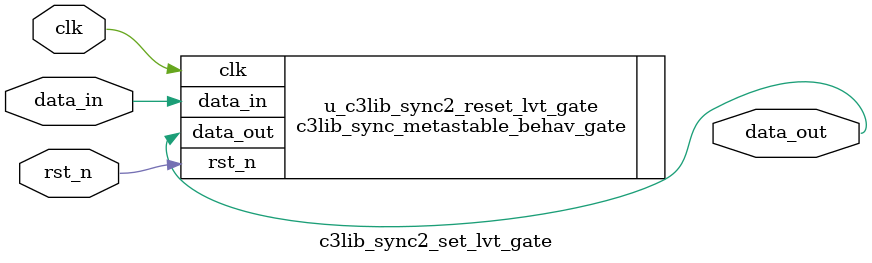
<source format=sv>

module c3lib_sync2_set_lvt_gate( 

  clk, 
  rst_n, 
  data_in,
  data_out

  ); 

input		clk; 
input		rst_n; 
input		data_in;
output		data_out;

  c3lib_sync_metastable_behav_gate #(

    .RESET_VAL	( 1 ),
    .SYNC_STAGES( 2 )

  ) u_c3lib_sync2_reset_lvt_gate ( 

    .clk	( clk      ),
    .rst_n	( rst_n    ),
    .data_in	( data_in  ),
    .data_out	( data_out )

  );

endmodule 


</source>
